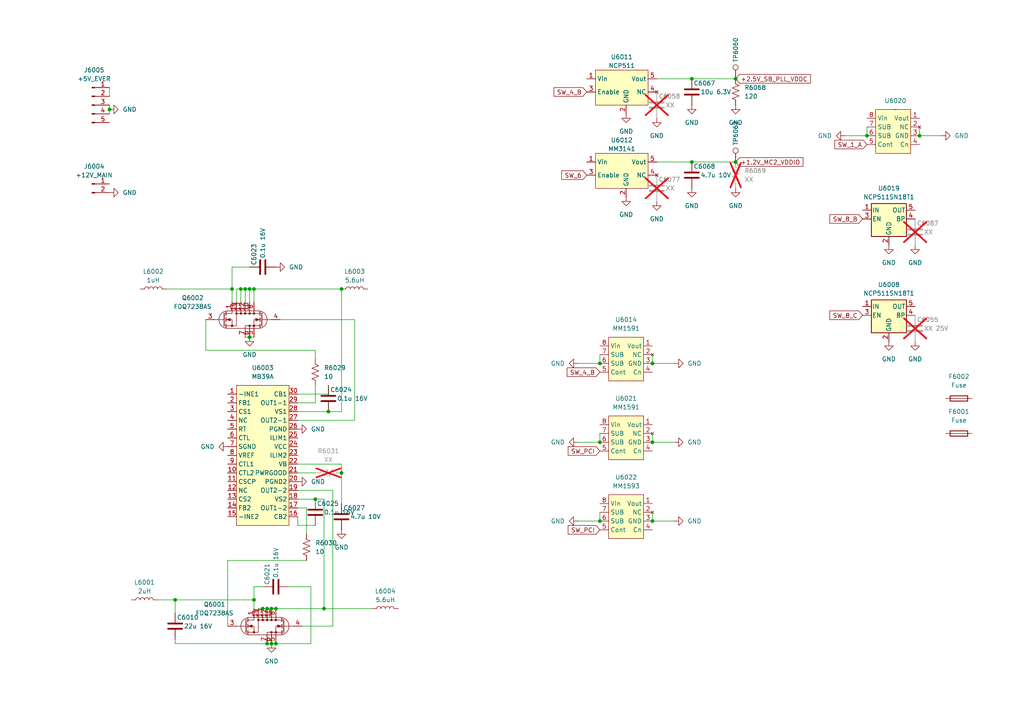
<source format=kicad_sch>
(kicad_sch (version 20231120) (generator "eeschema") (generator_version "8.0")
  (paper "A4")
  (lib_symbols
    (symbol "Connector:Conn_01x02_Pin" (pin_names (offset 1.016) hide)
      (property "Reference" "J" (at 0 2.54 0))
      (property "Value" "Conn_01x02_Pin" (at 0 -5.08 0))
      (symbol "Conn_01x02_Pin_1_1"
        (polyline (pts (xy 1.27 -2.54) (xy 0.8636 -2.54)) (stroke (width 0.1524)))
        (polyline (pts (xy 1.27 0) (xy 0.8636 0)) (stroke (width 0.1524)))
        (rectangle (start 0.8636 -2.413) (end 0 -2.667) (stroke (width 0.1524)) (fill (type outline)))
        (rectangle (start 0.8636 0.127) (end 0 -0.127) (stroke (width 0.1524)) (fill (type outline)))
        (pin passive line (at 5.08 0 180) (length 3.81) (name "Pin_1") (number "1"))
        (pin passive line (at 5.08 -2.54 180) (length 3.81) (name "Pin_2") (number "2"))
      )
    )
    (symbol "Connector:Conn_01x05_Pin" (pin_names (offset 1.016) hide)
      (property "Reference" "J" (at 0 7.62 0))
      (property "Value" "Conn_01x05_Pin" (at 0 -7.62 0))
      (symbol "Conn_01x05_Pin_1_1"
        (polyline (pts (xy 1.27 -5.08) (xy 0.8636 -5.08)) (stroke (width 0.1524)))
        (polyline (pts (xy 1.27 -2.54) (xy 0.8636 -2.54)) (stroke (width 0.1524)))
        (polyline (pts (xy 1.27 0) (xy 0.8636 0)) (stroke (width 0.1524)))
        (polyline (pts (xy 1.27 2.54) (xy 0.8636 2.54)) (stroke (width 0.1524)))
        (polyline (pts (xy 1.27 5.08) (xy 0.8636 5.08)) (stroke (width 0.1524)))
        (rectangle (start 0.8636 -4.953) (end 0 -5.207) (stroke (width 0.1524)) (fill (type outline)))
        (rectangle (start 0.8636 -2.413) (end 0 -2.667) (stroke (width 0.1524)) (fill (type outline)))
        (rectangle (start 0.8636 0.127) (end 0 -0.127) (stroke (width 0.1524)) (fill (type outline)))
        (rectangle (start 0.8636 2.667) (end 0 2.413) (stroke (width 0.1524)) (fill (type outline)))
        (rectangle (start 0.8636 5.207) (end 0 4.953) (stroke (width 0.1524)) (fill (type outline)))
        (pin passive line (at 5.08 5.08 180) (length 3.81) (name "Pin_1") (number "1"))
        (pin passive line (at 5.08 2.54 180) (length 3.81) (name "Pin_2") (number "2"))
        (pin passive line (at 5.08 0 180) (length 3.81) (name "Pin_3") (number "3"))
        (pin passive line (at 5.08 -2.54 180) (length 3.81) (name "Pin_4") (number "4"))
        (pin passive line (at 5.08 -5.08 180) (length 3.81) (name "Pin_5") (number "5"))
      )
    )
    (symbol "Connector:TestPoint" (pin_numbers hide) (pin_names (offset 0.762) hide)
      (property "Reference" "TP" (at 0 6.858 0))
      (property "Value" "TestPoint" (at 0 5.08 0))
      (symbol "TestPoint_0_1"
        (circle (center 0 3.302) (radius 0.762))
      )
      (symbol "TestPoint_1_1"
        (pin passive line (at 0 0 90) (length 2.54) (name "1") (number "1"))
      )
    )
    (symbol "Device:C" (pin_numbers hide) (pin_names (offset 0.254))
      (property "Reference" "C" (at 0.635 2.54 0))
      (property "Value" "C" (at 0.635 -2.54 0))
      (symbol "C_0_1"
        (polyline (pts (xy -2.032 -0.762) (xy 2.032 -0.762)) (stroke (width 0.508)))
        (polyline (pts (xy -2.032 0.762) (xy 2.032 0.762)) (stroke (width 0.508)))
      )
      (symbol "C_1_1"
        (pin passive line (at 0 3.81 270) (length 2.794) (name "~") (number "1"))
        (pin passive line (at 0 -3.81 90) (length 2.794) (name "~") (number "2"))
      )
    )
    (symbol "Device:Fuse" (pin_numbers hide) (pin_names (offset 0))
      (property "Reference" "F" (at 2.032 0 90))
      (property "Value" "Fuse" (at -1.905 0 90))
      (symbol "Fuse_0_1"
        (rectangle (start -0.762 -2.54) (end 0.762 2.54) (stroke (width 0.254)))
        (polyline (pts (xy 0 2.54) (xy 0 -2.54)))
      )
      (symbol "Fuse_1_1"
        (pin passive line (at 0 3.81 270) (length 1.27) (name "~") (number "1"))
        (pin passive line (at 0 -3.81 90) (length 1.27) (name "~") (number "2"))
      )
    )
    (symbol "Device:L" (pin_numbers hide) (pin_names (offset 1.016) hide)
      (property "Reference" "L" (at -1.27 0 90))
      (property "Value" "L" (at 1.905 0 90))
      (symbol "L_0_1"
        (arc (start 0 -2.54) (mid 0.6323 -1.905) (end 0 -1.27))
        (arc (start 0 -1.27) (mid 0.6323 -0.635) (end 0 0))
        (arc (start 0 0) (mid 0.6323 0.635) (end 0 1.27))
        (arc (start 0 1.27) (mid 0.6323 1.905) (end 0 2.54))
      )
      (symbol "L_1_1"
        (pin passive line (at 0 3.81 270) (length 1.27) (name "1") (number "1"))
        (pin passive line (at 0 -3.81 90) (length 1.27) (name "2") (number "2"))
      )
    )
    (symbol "Device:R_US" (pin_numbers hide) (pin_names (offset 0))
      (property "Reference" "R" (at 2.54 0 90))
      (property "Value" "R_US" (at -2.54 0 90))
      (symbol "R_US_0_1"
        (polyline (pts (xy 0 -2.286) (xy 0 -2.54)))
        (polyline (pts (xy 0 2.286) (xy 0 2.54)))
        (polyline (pts (xy 0 -0.762) (xy 1.016 -1.143) (xy 0 -1.524) (xy -1.016 -1.905) (xy 0 -2.286)))
        (polyline (pts (xy 0 0.762) (xy 1.016 0.381) (xy 0 0) (xy -1.016 -0.381) (xy 0 -0.762)))
        (polyline (pts (xy 0 2.286) (xy 1.016 1.905) (xy 0 1.524) (xy -1.016 1.143) (xy 0 0.762)))
      )
      (symbol "R_US_1_1"
        (pin passive line (at 0 3.81 270) (length 1.27) (name "~") (number "1"))
        (pin passive line (at 0 -3.81 90) (length 1.27) (name "~") (number "2"))
      )
    )
    (symbol "PS3:FDQ7238AS" (pin_names hide)
      (property "Reference" "Q" (at 7.874 2.032 0))
      (property "Value" "FDQ7238AS" (at 12.7 0 0))
      (symbol "FDQ7238AS_0_1"
        (arc (start -1.27 -1.27) (mid -3.81 -3.81) (end -1.27 -6.35))
        (circle (center 0 -5.588) (radius 0.254) (fill (type outline)))
        (polyline (pts (xy -2.286 -3.81) (xy -5.08 -3.81)))
        (polyline (pts (xy -2.286 -1.905) (xy -2.286 -5.715)) (stroke (width 0.254)))
        (polyline (pts (xy -1.778 -5.08) (xy -1.778 -6.096)) (stroke (width 0.254)))
        (polyline (pts (xy -1.778 -3.302) (xy -1.778 -4.318)) (stroke (width 0.254)))
        (polyline (pts (xy -1.778 -2.032) (xy 0 -2.032)))
        (polyline (pts (xy -1.778 -1.524) (xy -1.778 -2.54)) (stroke (width 0.254)))
        (polyline (pts (xy -1.27 -1.27) (xy 7.62 -1.27)))
        (polyline (pts (xy 0 -5.588) (xy -1.778 -5.588)))
        (polyline (pts (xy 0 -1.27) (xy 0 -2.032)))
        (polyline (pts (xy 1.27 -2.032) (xy 1.27 -1.27)))
        (polyline (pts (xy 2.54 -2.032) (xy 2.54 -1.27)))
        (polyline (pts (xy 3.81 -5.588) (xy 3.81 -6.35)))
        (polyline (pts (xy 3.81 -5.588) (xy 8.128 -5.588)))
        (polyline (pts (xy 3.81 -2.032) (xy 3.81 -1.27)))
        (polyline (pts (xy 5.08 -5.588) (xy 5.08 -6.35)))
        (polyline (pts (xy 5.08 -2.032) (xy 5.08 -1.27)))
        (polyline (pts (xy 6.35 -5.588) (xy 6.35 -6.35)))
        (polyline (pts (xy 6.35 -2.032) (xy 6.35 -1.27)))
        (polyline (pts (xy 7.62 -6.35) (xy -1.27 -6.35)))
        (polyline (pts (xy 8.128 -5.08) (xy 8.128 -6.096)) (stroke (width 0.254)))
        (polyline (pts (xy 8.128 -3.302) (xy 8.128 -4.318)) (stroke (width 0.254)))
        (polyline (pts (xy 8.128 -2.032) (xy 1.27 -2.032)))
        (polyline (pts (xy 8.128 -1.524) (xy 8.128 -2.54)) (stroke (width 0.254)))
        (polyline (pts (xy 8.636 -1.905) (xy 8.636 -5.715)) (stroke (width 0.254)))
        (polyline (pts (xy 11.43 -3.81) (xy 8.636 -3.81)))
        (polyline (pts (xy 0 -5.842) (xy 0 -3.81) (xy -1.778 -3.81)))
        (polyline (pts (xy 0 -5.588) (xy 1.27 -5.588) (xy 1.27 -2.032)))
        (polyline (pts (xy 6.35 -5.842) (xy 6.35 -3.81) (xy 8.128 -3.81)))
        (polyline (pts (xy -1.524 -3.81) (xy -0.508 -3.429) (xy -0.508 -4.191) (xy -1.524 -3.81)) (fill (type outline)))
        (polyline (pts (xy 7.874 -3.81) (xy 6.858 -3.429) (xy 6.858 -4.191) (xy 7.874 -3.81)) (fill (type outline)))
        (circle (center 1.27 -2.032) (radius 0.254) (fill (type outline)))
        (circle (center 2.54 -2.032) (radius 0.254) (fill (type outline)))
        (circle (center 3.81 -2.032) (radius 0.254) (fill (type outline)))
        (circle (center 5.08 -5.588) (radius 0.254) (fill (type outline)))
        (circle (center 5.08 -2.032) (radius 0.254) (fill (type outline)))
        (circle (center 6.35 -5.588) (radius 0.254) (fill (type outline)))
        (circle (center 6.35 -2.032) (radius 0.254) (fill (type outline)))
        (arc (start 7.62 -6.35) (mid 10.16 -3.81) (end 7.62 -1.27))
      )
      (symbol "FDQ7238AS_1_1"
        (pin passive line (at 0 1.27 270) (length 2.54) (name "S") (number "1"))
        (pin passive line (at 5.08 1.27 270) (length 2.54) (name "") (number "10"))
        (pin passive line (at 5.08 1.27 270) (length 2.54) hide (name "") (number "11"))
        (pin passive line (at 3.81 1.27 270) (length 2.54) (name "") (number "12"))
        (pin passive line (at 2.54 1.27 270) (length 2.54) (name "") (number "13"))
        (pin passive line (at 1.27 1.27 270) (length 2.54) (name "") (number "14"))
        (pin passive line (at 0 1.27 270) (length 2.54) hide (name "S") (number "2"))
        (pin passive line (at -7.62 -3.81 0) (length 2.54) (name "S") (number "3"))
        (pin passive line (at 13.97 -3.81 180) (length 2.54) (name "G") (number "4"))
        (pin passive line (at 6.35 -8.89 90) (length 2.54) (name "D") (number "5"))
        (pin passive line (at 5.08 -8.89 90) (length 2.54) (name "") (number "6"))
        (pin passive line (at 3.81 -8.89 90) (length 2.54) (name "") (number "7"))
        (pin passive line (at 6.35 1.27 270) (length 2.54) (name "") (number "8"))
        (pin passive line (at 6.35 1.27 270) (length 2.54) hide (name "") (number "9"))
      )
    )
    (symbol "PS3:MB39A116"
      (property "Reference" "U" (at 0 0.508 0))
      (property "Value" "MB39A" (at 0 -1.524 0))
      (symbol "MB39A116_0_0"
        (pin unspecified line (at -10.16 -5.08 0) (length 2.54) (name "-INE1") (number "1"))
        (pin unspecified line (at -10.16 -27.94 0) (length 2.54) (name "CTL2") (number "10"))
        (pin unspecified line (at -10.16 -30.48 0) (length 2.54) (name "CSCP") (number "11"))
        (pin unspecified line (at -10.16 -33.02 0) (length 2.54) (name "NC") (number "12"))
        (pin unspecified line (at -10.16 -35.56 0) (length 2.54) (name "CS2") (number "13"))
        (pin unspecified line (at -10.16 -38.1 0) (length 2.54) (name "FB2") (number "14"))
        (pin unspecified line (at -10.16 -40.64 0) (length 2.54) (name "-INE2") (number "15"))
        (pin unspecified line (at 10.16 -40.64 180) (length 2.54) (name "CB2") (number "16"))
        (pin unspecified line (at 10.16 -38.1 180) (length 2.54) (name "OUT1-2") (number "17"))
        (pin unspecified line (at 10.16 -35.56 180) (length 2.54) (name "VS2") (number "18"))
        (pin unspecified line (at 10.16 -33.02 180) (length 2.54) (name "OUT2-2") (number "19"))
        (pin unspecified line (at -10.16 -7.62 0) (length 2.54) (name "FB1") (number "2"))
        (pin unspecified line (at 10.16 -30.48 180) (length 2.54) (name "PGND2") (number "20"))
        (pin unspecified line (at 10.16 -27.94 180) (length 2.54) (name "PWRGOOD") (number "21"))
        (pin unspecified line (at 10.16 -25.4 180) (length 2.54) (name "VB") (number "22"))
        (pin unspecified line (at 10.16 -22.86 180) (length 2.54) (name "ILIM2") (number "23"))
        (pin unspecified line (at 10.16 -20.32 180) (length 2.54) (name "VCC") (number "24"))
        (pin unspecified line (at 10.16 -17.78 180) (length 2.54) (name "ILIM1") (number "25"))
        (pin unspecified line (at 10.16 -15.24 180) (length 2.54) (name "PGND") (number "26"))
        (pin unspecified line (at 10.16 -12.7 180) (length 2.54) (name "OUT2-1") (number "27"))
        (pin unspecified line (at 10.16 -10.16 180) (length 2.54) (name "VS1") (number "28"))
        (pin unspecified line (at 10.16 -7.62 180) (length 2.54) (name "OUT1-1") (number "29"))
        (pin unspecified line (at -10.16 -10.16 0) (length 2.54) (name "CS1") (number "3"))
        (pin unspecified line (at 10.16 -5.08 180) (length 2.54) (name "CB1") (number "30"))
        (pin unspecified line (at -10.16 -12.7 0) (length 2.54) (name "NC") (number "4"))
        (pin unspecified line (at -10.16 -15.24 0) (length 2.54) (name "RT") (number "5"))
        (pin unspecified line (at -10.16 -17.78 0) (length 2.54) (name "CTL") (number "6"))
        (pin unspecified line (at -10.16 -20.32 0) (length 2.54) (name "SGND") (number "7"))
        (pin unspecified line (at -10.16 -22.86 0) (length 2.54) (name "VREF") (number "8"))
        (pin unspecified line (at -10.16 -25.4 0) (length 2.54) (name "CTL1") (number "9"))
      )
      (symbol "MB39A116_1_1"
        (rectangle (start -7.62 -2.54) (end 7.62 -43.18) (fill (type background)))
      )
    )
    (symbol "PS3:MM159X"
      (property "Reference" "U" (at 0 0 0))
      (symbol "MM159X_0_0"
        (pin power_out line (at -7.62 -3.81 0) (length 2.54) (name "Vout") (number "1"))
        (pin no_connect line (at -7.62 -6.35 0) (length 2.54) (name "NC") (number "2"))
        (pin power_in line (at -7.62 -8.89 0) (length 2.54) (name "GND") (number "3"))
        (pin unspecified line (at -7.62 -11.43 0) (length 2.54) (name "Cn") (number "4"))
        (pin input line (at 7.62 -11.43 180) (length 2.54) (name "Cont") (number "5"))
        (pin power_in line (at 7.62 -3.81 180) (length 2.54) (name "Vin") (number "8"))
      )
      (symbol "MM159X_1_0"
        (pin unspecified line (at 7.62 -8.89 180) (length 2.54) (name "SUB") (number "6"))
        (pin unspecified line (at 7.62 -6.35 180) (length 2.54) (name "SUB") (number "7"))
      )
      (symbol "MM159X_1_1"
        (rectangle (start -5.08 -1.27) (end 5.08 -13.97) (fill (type background)))
      )
    )
    (symbol "PS3:NCP511"
      (property "Reference" "U" (at 0 2.54 0))
      (property "Value" "~" (at 0 0 0))
      (symbol "NCP511_1_0"
        (pin power_in line (at -10.16 -3.81 0) (length 2.54) (name "Vin") (number "1"))
        (pin power_in line (at 1.27 -13.97 90) (length 2.54) (name "GND") (number "2"))
        (pin input line (at -10.16 -7.62 0) (length 2.54) (name "Enable") (number "3"))
        (pin no_connect line (at 10.16 -7.62 180) (length 2.54) (name "NC") (number "4"))
        (pin power_out line (at 10.16 -3.81 180) (length 2.54) (name "Vout") (number "5"))
      )
      (symbol "NCP511_1_1"
        (rectangle (start -7.62 -1.27) (end 7.62 -11.43) (fill (type background)))
      )
    )
    (symbol "Regulator_Linear:MIC5219-3.3YM5" (pin_names (offset 0.254))
      (property "Reference" "U" (at -3.81 5.715 0))
      (property "Value" "MIC5219-3.3YM5" (at 0 5.715 0))
      (symbol "MIC5219-3.3YM5_0_1"
        (rectangle (start -5.08 4.445) (end 5.08 -5.08) (stroke (width 0.254)) (fill (type background)))
      )
      (symbol "MIC5219-3.3YM5_1_1"
        (pin power_in line (at -7.62 2.54 0) (length 2.54) (name "IN") (number "1"))
        (pin power_in line (at 0 -7.62 90) (length 2.54) (name "GND") (number "2"))
        (pin input line (at -7.62 0 0) (length 2.54) (name "EN") (number "3"))
        (pin input line (at 7.62 0 180) (length 2.54) (name "BP") (number "4"))
        (pin power_out line (at 7.62 2.54 180) (length 2.54) (name "OUT") (number "5"))
      )
    )
    (symbol "power:GND" (power) (pin_numbers hide) (pin_names (offset 0) hide)
      (property "Value" "GND" (at 0 -3.81 0))
      (symbol "GND_0_1"
        (polyline (pts (xy 0 0) (xy 0 -1.27) (xy 1.27 -1.27) (xy 0 -2.54) (xy -1.27 -1.27) (xy 0 -1.27)))
      )
      (symbol "GND_1_1"
        (pin power_in line (at 0 0 270) (length 0) (name "~") (number "1"))
      )
    )
  )
  (junction (at 213.36 46.99))
  (junction (at 213.36 22.86))
  (junction (at 189.23 105.41))
  (junction (at 76.2 176.53))
  (junction (at 200.66 22.86))
  (junction (at 73.66 173.99))
  (junction (at 95.25 119.38))
  (junction (at 80.01 186.69))
  (junction (at 69.85 83.82))
  (junction (at 93.98 176.53))
  (junction (at 189.23 151.13))
  (junction (at 78.74 176.53))
  (junction (at 73.66 83.82))
  (junction (at 31.75 31.75))
  (junction (at 77.47 186.69))
  (junction (at 200.66 46.99))
  (junction (at 72.39 83.82))
  (junction (at 173.99 128.27))
  (junction (at 50.8 173.99))
  (junction (at 80.01 176.53))
  (junction (at 91.44 144.78))
  (junction (at 77.47 176.53))
  (junction (at 67.31 83.82))
  (junction (at 173.99 105.41))
  (junction (at 99.06 137.16))
  (junction (at 99.06 83.82))
  (junction (at 173.99 151.13))
  (junction (at 266.7 39.37))
  (junction (at 251.46 39.37))
  (junction (at 72.39 97.79))
  (junction (at 71.12 83.82))
  (junction (at 189.23 128.27))
  (junction (at 78.74 186.69))
  (wire (pts (xy 67.31 77.47) (xy 72.39 77.47)))
  (wire (pts (xy 86.36 144.78) (xy 91.44 144.78)))
  (wire (pts (xy 77.47 176.53) (xy 78.74 176.53)))
  (wire (pts (xy 91.44 104.14) (xy 91.44 101.6)))
  (wire (pts (xy 95.25 119.38) (xy 99.06 119.38)))
  (wire (pts (xy 245.11 39.37) (xy 251.46 39.37)))
  (wire (pts (xy 173.99 128.27) (xy 173.99 125.73)))
  (wire (pts (xy 69.85 83.82) (xy 71.12 83.82)))
  (wire (pts (xy 190.5 46.99) (xy 200.66 46.99)))
  (wire (pts (xy 71.12 97.79) (xy 72.39 97.79)))
  (wire (pts (xy 66.04 162.56) (xy 66.04 181.61)))
  (wire (pts (xy 96.52 142.24) (xy 96.52 181.61)))
  (wire (pts (xy 167.64 128.27) (xy 173.99 128.27)))
  (wire (pts (xy 81.28 92.71) (xy 102.87 92.71)))
  (wire (pts (xy 91.44 101.6) (xy 59.69 101.6)))
  (wire (pts (xy 102.87 92.71) (xy 102.87 121.92)))
  (wire (pts (xy 93.98 144.78) (xy 91.44 144.78)))
  (wire (pts (xy 50.8 185.42) (xy 50.8 186.69)))
  (wire (pts (xy 90.17 170.18) (xy 90.17 186.69)))
  (wire (pts (xy 93.98 176.53) (xy 107.95 176.53)))
  (wire (pts (xy 86.36 152.4) (xy 86.36 149.86)))
  (wire (pts (xy 73.66 83.82) (xy 99.06 83.82)))
  (wire (pts (xy 77.47 186.69) (xy 78.74 186.69)))
  (wire (pts (xy 76.2 170.18) (xy 73.66 170.18)))
  (wire (pts (xy 189.23 128.27) (xy 189.23 125.73)))
  (wire (pts (xy 71.12 83.82) (xy 72.39 83.82)))
  (wire (pts (xy 73.66 83.82) (xy 73.66 87.63)))
  (wire (pts (xy 69.85 83.82) (xy 69.85 87.63)))
  (wire (pts (xy 68.58 83.82) (xy 69.85 83.82)))
  (wire (pts (xy 59.69 101.6) (xy 59.69 92.71)))
  (wire (pts (xy 195.58 105.41) (xy 189.23 105.41)))
  (wire (pts (xy 200.66 22.86) (xy 213.36 22.86)))
  (wire (pts (xy 83.82 170.18) (xy 90.17 170.18)))
  (wire (pts (xy 68.58 83.82) (xy 68.58 87.63)))
  (wire (pts (xy 72.39 83.82) (xy 73.66 83.82)))
  (wire (pts (xy 173.99 105.41) (xy 173.99 102.87)))
  (wire (pts (xy 86.36 137.16) (xy 91.44 137.16)))
  (wire (pts (xy 195.58 128.27) (xy 189.23 128.27)))
  (wire (pts (xy 173.99 151.13) (xy 173.99 148.59)))
  (wire (pts (xy 266.7 39.37) (xy 266.7 36.83)))
  (wire (pts (xy 50.8 186.69) (xy 77.47 186.69)))
  (wire (pts (xy 71.12 83.82) (xy 71.12 87.63)))
  (wire (pts (xy 86.36 134.62) (xy 99.06 134.62)))
  (wire (pts (xy 88.9 147.32) (xy 86.36 147.32)))
  (wire (pts (xy 88.9 154.94) (xy 88.9 147.32)))
  (wire (pts (xy 50.8 173.99) (xy 73.66 173.99)))
  (wire (pts (xy 74.93 176.53) (xy 76.2 176.53)))
  (wire (pts (xy 72.39 83.82) (xy 72.39 87.63)))
  (wire (pts (xy 76.2 176.53) (xy 77.47 176.53)))
  (wire (pts (xy 31.75 30.48) (xy 31.75 31.75)))
  (wire (pts (xy 99.06 119.38) (xy 99.06 83.82)))
  (wire (pts (xy 31.75 25.4) (xy 31.75 27.94)))
  (wire (pts (xy 88.9 162.56) (xy 66.04 162.56)))
  (wire (pts (xy 189.23 151.13) (xy 189.23 148.59)))
  (wire (pts (xy 190.5 22.86) (xy 200.66 22.86)))
  (wire (pts (xy 87.63 181.61) (xy 96.52 181.61)))
  (wire (pts (xy 167.64 105.41) (xy 173.99 105.41)))
  (wire (pts (xy 86.36 142.24) (xy 96.52 142.24)))
  (wire (pts (xy 93.98 176.53) (xy 93.98 144.78)))
  (wire (pts (xy 91.44 116.84) (xy 86.36 116.84)))
  (wire (pts (xy 99.06 134.62) (xy 99.06 137.16)))
  (wire (pts (xy 67.31 83.82) (xy 67.31 87.63)))
  (wire (pts (xy 31.75 31.75) (xy 31.75 33.02)))
  (wire (pts (xy 45.72 173.99) (xy 50.8 173.99)))
  (wire (pts (xy 78.74 186.69) (xy 80.01 186.69)))
  (wire (pts (xy 189.23 105.41) (xy 189.23 102.87)))
  (wire (pts (xy 86.36 119.38) (xy 95.25 119.38)))
  (wire (pts (xy 78.74 176.53) (xy 80.01 176.53)))
  (wire (pts (xy 200.66 46.99) (xy 213.36 46.99)))
  (wire (pts (xy 73.66 173.99) (xy 73.66 176.53)))
  (wire (pts (xy 167.64 151.13) (xy 173.99 151.13)))
  (wire (pts (xy 48.26 83.82) (xy 67.31 83.82)))
  (wire (pts (xy 273.05 39.37) (xy 266.7 39.37)))
  (wire (pts (xy 72.39 97.79) (xy 73.66 97.79)))
  (wire (pts (xy 91.44 152.4) (xy 86.36 152.4)))
  (wire (pts (xy 67.31 77.47) (xy 67.31 83.82)))
  (wire (pts (xy 73.66 170.18) (xy 73.66 173.99)))
  (wire (pts (xy 80.01 176.53) (xy 93.98 176.53)))
  (wire (pts (xy 251.46 39.37) (xy 251.46 36.83)))
  (wire (pts (xy 102.87 121.92) (xy 86.36 121.92)))
  (wire (pts (xy 95.25 114.3) (xy 95.25 111.76)))
  (wire (pts (xy 86.36 114.3) (xy 95.25 114.3)))
  (wire (pts (xy 99.06 137.16) (xy 99.06 146.05)))
  (wire (pts (xy 50.8 177.8) (xy 50.8 173.99)))
  (wire (pts (xy 195.58 151.13) (xy 189.23 151.13)))
  (wire (pts (xy 91.44 111.76) (xy 91.44 116.84)))
  (wire (pts (xy 90.17 186.69) (xy 80.01 186.69)))
  (global_label "SW_8_C" (shape input) (at 250.19 91.44 180) (property "Intersheetrefs" "${INTERSHEET_REFS}" (effects (hide yes))))
  (global_label "SW_6" (shape input) (at 170.18 50.8 180) (property "Intersheetrefs" "${INTERSHEET_REFS}" (effects (hide yes))))
  (global_label "SW_4_B" (shape input) (at 170.18 26.67 180) (property "Intersheetrefs" "${INTERSHEET_REFS}" (effects (hide yes))))
  (global_label "SW_PCI" (shape input) (at 173.99 130.81 180) (property "Intersheetrefs" "${INTERSHEET_REFS}" (effects (hide yes))))
  (global_label "+2.5V_SB_PLL_VDDC" (shape input) (at 213.36 22.86 0) (property "Intersheetrefs" "${INTERSHEET_REFS}" (effects (hide yes))))
  (global_label "+1.2V_MC2_VDDIO" (shape input) (at 213.36 46.99 0) (property "Intersheetrefs" "${INTERSHEET_REFS}" (effects (hide yes))))
  (global_label "SW_8_B" (shape input) (at 250.19 63.5 180) (property "Intersheetrefs" "${INTERSHEET_REFS}" (effects (hide yes))))
  (global_label "SW_PCI" (shape input) (at 173.99 153.67 180) (property "Intersheetrefs" "${INTERSHEET_REFS}" (effects (hide yes))))
  (global_label "SW_4_B" (shape input) (at 173.99 107.95 180) (property "Intersheetrefs" "${INTERSHEET_REFS}" (effects (hide yes))))
  (global_label "SW_1_A" (shape input) (at 251.46 41.91 180) (property "Intersheetrefs" "${INTERSHEET_REFS}" (effects (hide yes))))
  (symbol (lib_id "Device:C") (at 200.66 50.8 0) (unit 1)
    (property "Reference" "C6068" (at 201.168 48.26 0) (effects (justify left)))
    (property "Value" "4.7u 10V" (at 203.2 50.8 0) (effects (justify left)))
    (property "Footprint" "Capacitor_SMD:C_0805_2012Metric" (effects (hide yes)))
    (property "Description" "Unpolarized capacitor" (effects (hide yes)))
  )
  (symbol (lib_id "power:GND") (at 78.74 186.69 0) (unit 1)
    (property "Reference" "#PWR066" (effects (hide yes)))
    (property "Value" "GND" (at 78.74 191.77 0))
    (property "Description" "Power symbol creates a global label with name \"GND\" , ground" (effects (hide yes)))
  )
  (symbol (lib_id "power:GND") (at 80.01 77.47 90) (unit 1)
    (property "Reference" "#PWR0739" (effects (hide yes)))
    (property "Value" "GND" (at 83.82 77.4699 90) (effects (justify right)))
    (property "Description" "Power symbol creates a global label with name \"GND\" , ground" (effects (hide yes)))
  )
  (symbol (lib_id "PS3:MM159X") (at 181.61 96.52 0) (mirror y) (unit 1)
    (property "Reference" "U6014" (at 181.61 92.71 0))
    (property "Value" "MM1591" (at 181.61 95.25 0))
    (property "Footprint" "Package_SO:SOP-8_3.9x4.9mm_P1.27mm" (effects (hide yes)))
    (property "Datasheet" "https://product.minebeamitsumi.com/en/product/category/ics/regulate/ldo/parts/download/__icsFiles/afieldfile/2023/02/15/56_download_01_2.pdf" (effects (hide yes)))
  )
  (symbol (lib_id "Device:R_US") (at 213.36 26.67 180) (unit 1)
    (property "Reference" "R6068" (at 215.9 25.3999 0) (effects (justify right)))
    (property "Value" "120" (at 215.9 27.9399 0) (effects (justify right)))
    (property "Footprint" "Resistor_SMD:R_0402_1005Metric" (effects (hide yes)))
    (property "Description" "Resistor, US symbol" (effects (hide yes)))
  )
  (symbol (lib_id "PS3:NCP511") (at 180.34 43.18 0) (unit 1)
    (property "Reference" "U6012" (at 180.34 40.64 0))
    (property "Value" "MM3141" (at 180.34 43.18 0))
    (property "Footprint" "Package_SO:TSOP-5_1.65x3.05mm_P0.95mm" (effects (hide yes)))
  )
  (symbol (lib_id "Device:L") (at 41.91 173.99 90) (unit 1)
    (property "Reference" "L6001" (at 41.91 168.91 90))
    (property "Value" "2uH" (at 41.91 171.45 90))
    (property "Footprint" "Inductor_SMD:L_TDK_SLF6028" (effects (hide yes)))
    (property "Description" "Inductor" (effects (hide yes)))
  )
  (symbol (lib_id "PS3:MB39A116") (at 76.2 109.22 0) (unit 1)
    (property "Reference" "U6003" (at 76.2 106.68 0))
    (property "Value" "MB39A" (at 76.2 109.22 0))
    (property "Footprint" "Package_SO:TSSOP-30_4.4x7.8mm_P0.5mm" (effects (hide yes)))
    (property "Datasheet" "https://web.archive.org/web/20110410073736/http://www.fujitsu.com/downloads/MICRO/fma/pdf/a040000616e.pdf" (effects (hide yes)))
  )
  (symbol (lib_id "power:GND") (at 265.43 71.12 0) (mirror y) (unit 1)
    (property "Reference" "#PWR0735" (effects (hide yes)))
    (property "Value" "GND" (at 265.43 76.2 0))
    (property "Description" "Power symbol creates a global label with name \"GND\" , ground" (effects (hide yes)))
  )
  (symbol (lib_id "power:GND") (at 213.36 54.61 0) (mirror y) (unit 1)
    (property "Reference" "#PWR0734" (effects (hide yes)))
    (property "Value" "GND" (at 213.36 59.69 0))
    (property "Description" "Power symbol creates a global label with name \"GND\" , ground" (effects (hide yes)))
  )
  (symbol (lib_id "Device:R_US") (at 91.44 107.95 180) (unit 1)
    (property "Reference" "R6029" (at 93.98 106.6799 0) (effects (justify right)))
    (property "Value" "10" (at 93.98 109.2199 0) (effects (justify right)))
    (property "Footprint" "Resistor_SMD:R_0603_1608Metric" (effects (hide yes)))
    (property "Description" "Resistor, US symbol" (effects (hide yes)))
  )
  (symbol (lib_id "power:GND") (at 167.64 151.13 270) (mirror x) (unit 1)
    (property "Reference" "#PWR0720" (effects (hide yes)))
    (property "Value" "GND" (at 163.83 151.1299 90) (effects (justify right)))
    (property "Description" "Power symbol creates a global label with name \"GND\" , ground" (effects (hide yes)))
  )
  (symbol (lib_id "PS3:MM159X") (at 181.61 119.38 0) (mirror y) (unit 1)
    (property "Reference" "U6021" (at 181.61 115.57 0))
    (property "Value" "MM1591" (at 181.61 118.11 0))
    (property "Footprint" "Package_SO:SOP-8_3.9x4.9mm_P1.27mm" (effects (hide yes)))
    (property "Datasheet" "https://product.minebeamitsumi.com/en/product/category/ics/regulate/ldo/parts/download/__icsFiles/afieldfile/2023/02/15/56_download_01_2.pdf" (effects (hide yes)))
  )
  (symbol (lib_id "Connector:TestPoint") (at 213.36 22.86 0) (unit 1)
    (property "Reference" "TP6060" (at 213.36 14.478 90))
    (property "Value" "TestPoint" (effects (hide yes)))
    (property "Footprint" "TestPoint:TestPoint_Pad_1.0x1.0mm" (effects (hide yes)))
    (property "Description" "test point" (effects (hide yes)))
  )
  (symbol (lib_id "power:GND") (at 195.58 128.27 90) (unit 1)
    (property "Reference" "#PWR0718" (effects (hide yes)))
    (property "Value" "GND" (at 199.39 128.2699 90) (effects (justify right)))
    (property "Description" "Power symbol creates a global label with name \"GND\" , ground" (effects (hide yes)))
  )
  (symbol (lib_id "PS3:FDQ7238AS") (at 73.66 177.8 0) (unit 1)
    (property "Reference" "Q6001" (at 62.23 175.2914 0))
    (property "Value" "FDQ7238AS" (at 62.23 177.8314 0))
    (property "Footprint" "Package_SO:SO-14_3.9x8.65mm_P1.27mm" (effects (hide yes)))
    (property "Datasheet" "https://www.mouser.com/datasheet/2/149/fairchild%20semiconductor_fdq7238as-320258.pdf" (effects (hide yes)))
    (property "Description" "Dual Notebook Power Supply N-Channel PowerTrench® in SO-14 Package" (effects (hide yes)))
  )
  (symbol (lib_id "Connector:Conn_01x02_Pin") (at 26.67 53.34 0) (unit 1)
    (property "Reference" "J6004" (at 27.305 48.26 0))
    (property "Value" "+12V_MAIN" (at 27.305 50.8 0))
    (property "Footprint" "Connector:Banana_Jack_2Pin" (effects (hide yes)))
    (property "Description" "Generic connector, single row, 01x02, script generated" (effects (hide yes)))
  )
  (symbol (lib_id "PS3:MM159X") (at 259.08 30.48 0) (mirror y) (unit 1)
    (property "Reference" "U6020" (at 259.715 29.21 0))
    (property "Value" "~" (at 259.715 31.75 0))
    (property "Footprint" "Package_SO:SOP-8_3.9x4.9mm_P1.27mm" (effects (hide yes)))
    (property "Datasheet" "https://product.minebeamitsumi.com/en/product/category/ics/regulate/ldo/parts/download/__icsFiles/afieldfile/2023/02/15/56_download_01_2.pdf" (effects (hide yes)))
  )
  (symbol (lib_id "Device:C") (at 265.43 95.25 0) (unit 1) (in_bom no) (dnp yes)
    (property "Reference" "C6055" (at 265.938 92.71 0) (effects (justify left)))
    (property "Value" "XX 25V" (at 267.97 95.25 0) (effects (justify left)))
    (property "Footprint" "Capacitor_SMD:C_0402_1005Metric" (effects (hide yes)))
    (property "Description" "Unpolarized capacitor" (effects (hide yes)))
  )
  (symbol (lib_id "power:GND") (at 200.66 30.48 0) (mirror y) (unit 1)
    (property "Reference" "#PWR0731" (effects (hide yes)))
    (property "Value" "GND" (at 200.66 35.56 0))
    (property "Description" "Power symbol creates a global label with name \"GND\" , ground" (effects (hide yes)))
  )
  (symbol (lib_id "power:GND") (at 66.04 129.54 270) (unit 1)
    (property "Reference" "#PWR0716" (effects (hide yes)))
    (property "Value" "GND" (at 62.23 129.5399 90) (effects (justify right)))
    (property "Description" "Power symbol creates a global label with name \"GND\" , ground" (effects (hide yes)))
  )
  (symbol (lib_id "Device:R_US") (at 213.36 50.8 180) (unit 1) (in_bom no) (dnp yes)
    (property "Reference" "R6069" (at 215.9 49.5299 0) (effects (justify right)))
    (property "Value" "XX" (at 215.9 52.0699 0) (effects (justify right)))
    (property "Footprint" "Resistor_SMD:R_0402_1005Metric" (effects (hide yes)))
    (property "Description" "Resistor, US symbol" (effects (hide yes)))
  )
  (symbol (lib_id "Device:C") (at 200.66 26.67 0) (unit 1)
    (property "Reference" "C6067" (at 201.168 24.13 0) (effects (justify left)))
    (property "Value" "10u 6.3V" (at 203.2 26.67 0) (effects (justify left)))
    (property "Footprint" "Capacitor_SMD:C_0805_2012Metric" (effects (hide yes)))
    (property "Description" "Unpolarized capacitor" (effects (hide yes)))
  )
  (symbol (lib_id "power:GND") (at 200.66 54.61 0) (mirror y) (unit 1)
    (property "Reference" "#PWR0733" (effects (hide yes)))
    (property "Value" "GND" (at 200.66 59.69 0))
    (property "Description" "Power symbol creates a global label with name \"GND\" , ground" (effects (hide yes)))
  )
  (symbol (lib_id "power:GND") (at 265.43 99.06 0) (mirror y) (unit 1)
    (property "Reference" "#PWR0736" (effects (hide yes)))
    (property "Value" "GND" (at 265.43 104.14 0))
    (property "Description" "Power symbol creates a global label with name \"GND\" , ground" (effects (hide yes)))
  )
  (symbol (lib_id "Connector:TestPoint") (at 213.36 46.99 0) (unit 1)
    (property "Reference" "TP6063" (at 213.36 38.608 90))
    (property "Value" "TestPoint" (effects (hide yes)))
    (property "Footprint" "TestPoint:TestPoint_Pad_1.0x1.0mm" (effects (hide yes)))
    (property "Description" "test point" (effects (hide yes)))
  )
  (symbol (lib_id "power:GND") (at 99.06 153.67 0) (unit 1)
    (property "Reference" "#PWR052" (effects (hide yes)))
    (property "Value" "GND" (at 99.06 158.75 0))
    (property "Description" "Power symbol creates a global label with name \"GND\" , ground" (effects (hide yes)))
  )
  (symbol (lib_id "Device:C") (at 265.43 67.31 0) (unit 1) (in_bom no) (dnp yes)
    (property "Reference" "C6087" (at 265.938 64.77 0) (effects (justify left)))
    (property "Value" "XX" (at 267.97 67.31 0) (effects (justify left)))
    (property "Footprint" "Capacitor_SMD:C_0402_1005Metric" (effects (hide yes)))
    (property "Description" "Unpolarized capacitor" (effects (hide yes)))
  )
  (symbol (lib_id "power:GND") (at 167.64 105.41 270) (mirror x) (unit 1)
    (property "Reference" "#PWR0722" (effects (hide yes)))
    (property "Value" "GND" (at 163.83 105.4099 90) (effects (justify right)))
    (property "Description" "Power symbol creates a global label with name \"GND\" , ground" (effects (hide yes)))
  )
  (symbol (lib_id "power:GND") (at 195.58 105.41 90) (unit 1)
    (property "Reference" "#PWR0719" (effects (hide yes)))
    (property "Value" "GND" (at 199.39 105.4099 90) (effects (justify right)))
    (property "Description" "Power symbol creates a global label with name \"GND\" , ground" (effects (hide yes)))
  )
  (symbol (lib_id "PS3:MM159X") (at 181.61 142.24 0) (mirror y) (unit 1)
    (property "Reference" "U6022" (at 181.61 138.43 0))
    (property "Value" "MM1593" (at 181.61 140.97 0))
    (property "Footprint" "Package_SO:SOP-8_3.9x4.9mm_P1.27mm" (effects (hide yes)))
    (property "Datasheet" "https://product.minebeamitsumi.com/en/product/category/ics/regulate/ldo/parts/download/__icsFiles/afieldfile/2023/02/15/56_download_01_2.pdf" (effects (hide yes)))
  )
  (symbol (lib_id "power:GND") (at 257.81 71.12 0) (unit 1)
    (property "Reference" "#PWR0725" (effects (hide yes)))
    (property "Value" "GND" (at 257.81 76.2 0))
    (property "Description" "Power symbol creates a global label with name \"GND\" , ground" (effects (hide yes)))
  )
  (symbol (lib_id "Device:C") (at 95.25 115.57 0) (unit 1)
    (property "Reference" "C6024" (at 95.758 113.03 0) (effects (justify left)))
    (property "Value" "0.1u 16V" (at 97.79 115.57 0) (effects (justify left)))
    (property "Footprint" "Capacitor_SMD:C_0402_1005Metric" (effects (hide yes)))
    (property "Description" "Unpolarized capacitor" (effects (hide yes)))
  )
  (symbol (lib_id "Device:C") (at 50.8 181.61 0) (unit 1)
    (property "Reference" "C6010" (at 51.308 179.07 0) (effects (justify left)))
    (property "Value" "22u 16V" (at 53.34 181.61 0) (effects (justify left)))
    (property "Footprint" "Capacitor_SMD:C_1210_3225Metric" (effects (hide yes)))
    (property "Description" "Unpolarized capacitor" (effects (hide yes)))
  )
  (symbol (lib_id "Device:L") (at 111.76 176.53 90) (unit 1)
    (property "Reference" "L6004" (at 111.76 171.45 90))
    (property "Value" "5.6uH" (at 111.76 173.99 90))
    (property "Footprint" "Inductor_SMD:L_TDK_SLF10145" (effects (hide yes)))
    (property "Description" "Inductor" (effects (hide yes)))
  )
  (symbol (lib_id "Device:C") (at 190.5 54.61 0) (unit 1) (in_bom no) (dnp yes)
    (property "Reference" "C6077" (at 191.008 52.07 0) (effects (justify left)))
    (property "Value" "XX" (at 193.04 54.61 0) (effects (justify left)))
    (property "Footprint" "Capacitor_SMD:C_0402_1005Metric" (effects (hide yes)))
    (property "Description" "Unpolarized capacitor" (effects (hide yes)))
  )
  (symbol (lib_id "Device:C") (at 91.44 148.59 0) (unit 1)
    (property "Reference" "C6025" (at 91.948 146.05 0) (effects (justify left)))
    (property "Value" "0.1u 16V" (at 93.98 148.59 0) (effects (justify left)))
    (property "Footprint" "Capacitor_SMD:C_0603_1608Metric" (effects (hide yes)))
    (property "Description" "Unpolarized capacitor" (effects (hide yes)))
  )
  (symbol (lib_id "Regulator_Linear:MIC5219-3.3YM5") (at 257.81 63.5 0) (unit 1)
    (property "Reference" "U6019" (at 257.81 54.61 0))
    (property "Value" "NCP511SN18T1" (at 257.81 57.15 0))
    (property "Footprint" "Package_TO_SOT_SMD:SOT-23-5" (effects (hide yes)))
    (property "Datasheet" "http://ww1.microchip.com/downloads/en/DeviceDoc/MIC5219-500mA-Peak-Output-LDO-Regulator-DS20006021A.pdf" (effects (hide yes)))
    (property "Description" "500mA low dropout linear regulator, fixed 3.3V output, SOT-23-5" (effects (hide yes)))
  )
  (symbol (lib_id "power:GND") (at 213.36 30.48 0) (mirror y) (unit 1)
    (property "Reference" "#PWR0732" (effects (hide yes)))
    (property "Value" "GND" (at 213.36 35.56 0))
    (property "Description" "Power symbol creates a global label with name \"GND\" , ground" (effects (hide yes)))
  )
  (symbol (lib_id "power:GND") (at 257.81 99.06 0) (unit 1)
    (property "Reference" "#PWR0726" (effects (hide yes)))
    (property "Value" "GND" (at 257.81 104.14 0))
    (property "Description" "Power symbol creates a global label with name \"GND\" , ground" (effects (hide yes)))
  )
  (symbol (lib_id "Device:C") (at 99.06 149.86 0) (unit 1)
    (property "Reference" "C6027" (at 99.568 147.32 0) (effects (justify left)))
    (property "Value" "4.7u 10V" (at 101.6 149.86 0) (effects (justify left)))
    (property "Footprint" "Capacitor_SMD:C_0805_2012Metric" (effects (hide yes)))
    (property "Description" "Unpolarized capacitor" (effects (hide yes)))
  )
  (symbol (lib_id "Device:Fuse") (at 278.13 125.73 90) (unit 1)
    (property "Reference" "F6001" (at 278.13 119.38 90))
    (property "Value" "Fuse" (at 278.13 121.92 90))
    (property "Footprint" "Fuse:Fuse_1206_3216Metric" (effects (hide yes)))
    (property "Description" "Fuse" (effects (hide yes)))
  )
  (symbol (lib_id "power:GND") (at 86.36 139.7 90) (unit 1)
    (property "Reference" "#PWR053" (effects (hide yes)))
    (property "Value" "GND" (at 90.17 139.6999 90) (effects (justify right)))
    (property "Description" "Power symbol creates a global label with name \"GND\" , ground" (effects (hide yes)))
  )
  (symbol (lib_id "Device:R_US") (at 95.25 137.16 270) (unit 1) (in_bom no) (dnp yes)
    (property "Reference" "R6031" (at 95.25 130.81 90))
    (property "Value" "XX" (at 95.25 133.35 90))
    (property "Footprint" "Resistor_SMD:R_0402_1005Metric" (effects (hide yes)))
    (property "Description" "Resistor, US symbol" (effects (hide yes)))
  )
  (symbol (lib_id "Device:C") (at 76.2 77.47 90) (unit 1)
    (property "Reference" "C6023" (at 73.66 76.962 0) (effects (justify left)))
    (property "Value" "0.1u 16V" (at 76.2 74.93 0) (effects (justify left)))
    (property "Footprint" "Capacitor_SMD:C_0603_1608Metric" (effects (hide yes)))
    (property "Description" "Unpolarized capacitor" (effects (hide yes)))
  )
  (symbol (lib_id "power:GND") (at 31.75 31.75 90) (unit 1)
    (property "Reference" "#PWR0714" (effects (hide yes)))
    (property "Value" "GND" (at 35.56 31.7499 90) (effects (justify right)))
    (property "Description" "Power symbol creates a global label with name \"GND\" , ground" (effects (hide yes)))
  )
  (symbol (lib_id "power:GND") (at 181.61 57.15 0) (unit 1)
    (property "Reference" "#PWR0723" (effects (hide yes)))
    (property "Value" "GND" (at 181.61 62.23 0))
    (property "Description" "Power symbol creates a global label with name \"GND\" , ground" (effects (hide yes)))
  )
  (symbol (lib_id "power:GND") (at 195.58 151.13 90) (unit 1)
    (property "Reference" "#PWR0717" (effects (hide yes)))
    (property "Value" "GND" (at 199.39 151.1299 90) (effects (justify right)))
    (property "Description" "Power symbol creates a global label with name \"GND\" , ground" (effects (hide yes)))
  )
  (symbol (lib_id "power:GND") (at 31.75 55.88 90) (unit 1)
    (property "Reference" "#PWR0715" (effects (hide yes)))
    (property "Value" "GND" (at 35.56 55.8799 90) (effects (justify right)))
    (property "Description" "Power symbol creates a global label with name \"GND\" , ground" (effects (hide yes)))
  )
  (symbol (lib_id "Regulator_Linear:MIC5219-3.3YM5") (at 257.81 91.44 0) (unit 1)
    (property "Reference" "U6008" (at 257.81 82.55 0))
    (property "Value" "NCP511SN18T1" (at 257.81 85.09 0))
    (property "Footprint" "Package_TO_SOT_SMD:SOT-23-5" (effects (hide yes)))
    (property "Datasheet" "http://ww1.microchip.com/downloads/en/DeviceDoc/MIC5219-500mA-Peak-Output-LDO-Regulator-DS20006021A.pdf" (effects (hide yes)))
    (property "Description" "500mA low dropout linear regulator, fixed 3.3V output, SOT-23-5" (effects (hide yes)))
  )
  (symbol (lib_id "Device:L") (at 44.45 83.82 90) (unit 1)
    (property "Reference" "L6002" (at 44.45 78.74 90))
    (property "Value" "1uH" (at 44.45 81.28 90))
    (property "Footprint" "Inductor_SMD:L_TDK_SLF6028" (effects (hide yes)))
    (property "Description" "Inductor" (effects (hide yes)))
  )
  (symbol (lib_id "power:GND") (at 273.05 39.37 90) (unit 1)
    (property "Reference" "#PWR0728" (effects (hide yes)))
    (property "Value" "GND" (at 276.86 39.3699 90) (effects (justify right)))
    (property "Description" "Power symbol creates a global label with name \"GND\" , ground" (effects (hide yes)))
  )
  (symbol (lib_id "Device:C") (at 80.01 170.18 90) (unit 1)
    (property "Reference" "C6021" (at 77.47 169.672 0) (effects (justify left)))
    (property "Value" "0.1u 16V" (at 80.01 167.64 0) (effects (justify left)))
    (property "Footprint" "Capacitor_SMD:C_0603_1608Metric" (effects (hide yes)))
    (property "Description" "Unpolarized capacitor" (effects (hide yes)))
  )
  (symbol (lib_id "Device:L") (at 102.87 83.82 90) (unit 1)
    (property "Reference" "L6003" (at 102.87 78.74 90))
    (property "Value" "5.6uH" (at 102.87 81.28 90))
    (property "Footprint" "Inductor_SMD:L_TDK_SLF10145" (effects (hide yes)))
    (property "Description" "Inductor" (effects (hide yes)))
  )
  (symbol (lib_id "power:GND") (at 190.5 34.29 0) (mirror y) (unit 1)
    (property "Reference" "#PWR0729" (effects (hide yes)))
    (property "Value" "GND" (at 190.5 39.37 0))
    (property "Description" "Power symbol creates a global label with name \"GND\" , ground" (effects (hide yes)))
  )
  (symbol (lib_id "power:GND") (at 167.64 128.27 270) (mirror x) (unit 1)
    (property "Reference" "#PWR0721" (effects (hide yes)))
    (property "Value" "GND" (at 163.83 128.2699 90) (effects (justify right)))
    (property "Description" "Power symbol creates a global label with name \"GND\" , ground" (effects (hide yes)))
  )
  (symbol (lib_id "PS3:NCP511") (at 180.34 19.05 0) (unit 1)
    (property "Reference" "U6011" (at 180.34 16.51 0))
    (property "Value" "NCP511" (at 180.34 19.05 0))
    (property "Footprint" "Package_SO:TSOP-5_1.65x3.05mm_P0.95mm" (effects (hide yes)))
  )
  (symbol (lib_id "Connector:Conn_01x05_Pin") (at 26.67 30.48 0) (unit 1)
    (property "Reference" "J6005" (at 27.305 20.32 0))
    (property "Value" "+5V_EVER" (at 27.305 22.86 0))
    (property "Footprint" "Connector_JST:JST_PH_B5B-PH-SM4-TB_1x05-1MP_P2.00mm_Vertical" (effects (hide yes)))
    (property "Description" "Generic connector, single row, 01x05, script generated" (effects (hide yes)))
  )
  (symbol (lib_id "power:GND") (at 190.5 58.42 0) (mirror y) (unit 1)
    (property "Reference" "#PWR0730" (effects (hide yes)))
    (property "Value" "GND" (at 190.5 63.5 0))
    (property "Description" "Power symbol creates a global label with name \"GND\" , ground" (effects (hide yes)))
  )
  (symbol (lib_id "power:GND") (at 181.61 33.02 0) (unit 1)
    (property "Reference" "#PWR0724" (effects (hide yes)))
    (property "Value" "GND" (at 181.61 38.1 0))
    (property "Description" "Power symbol creates a global label with name \"GND\" , ground" (effects (hide yes)))
  )
  (symbol (lib_id "PS3:FDQ7238AS") (at 67.31 88.9 0) (unit 1)
    (property "Reference" "Q6002" (at 55.88 86.3914 0))
    (property "Value" "FDQ7238AS" (at 55.88 88.9314 0))
    (property "Footprint" "Package_SO:SO-14_3.9x8.65mm_P1.27mm" (effects (hide yes)))
    (property "Datasheet" "https://www.mouser.com/datasheet/2/149/fairchild%20semiconductor_fdq7238as-320258.pdf" (effects (hide yes)))
    (property "Description" "Dual Notebook Power Supply N-Channel PowerTrench® in SO-14 Package" (effects (hide yes)))
  )
  (symbol (lib_id "Device:Fuse") (at 278.13 115.57 90) (unit 1)
    (property "Reference" "F6002" (at 278.13 109.22 90))
    (property "Value" "Fuse" (at 278.13 111.76 90))
    (property "Footprint" "Fuse:Fuse_2920_7451Metric" (effects (hide yes)))
    (property "Description" "Fuse" (effects (hide yes)))
  )
  (symbol (lib_id "Device:R_US") (at 88.9 158.75 180) (unit 1)
    (property "Reference" "R6030" (at 91.44 157.4799 0) (effects (justify right)))
    (property "Value" "10" (at 91.44 160.0199 0) (effects (justify right)))
    (property "Footprint" "Resistor_SMD:R_0603_1608Metric" (effects (hide yes)))
    (property "Description" "Resistor, US symbol" (effects (hide yes)))
  )
  (symbol (lib_id "power:GND") (at 245.11 39.37 270) (mirror x) (unit 1)
    (property "Reference" "#PWR0727" (effects (hide yes)))
    (property "Value" "GND" (at 241.3 39.3699 90) (effects (justify right)))
    (property "Description" "Power symbol creates a global label with name \"GND\" , ground" (effects (hide yes)))
  )
  (symbol (lib_id "power:GND") (at 86.36 124.46 90) (unit 1)
    (property "Reference" "#PWR0737" (effects (hide yes)))
    (property "Value" "GND" (at 90.17 124.4599 90) (effects (justify right)))
    (property "Description" "Power symbol creates a global label with name \"GND\" , ground" (effects (hide yes)))
  )
  (symbol (lib_id "power:GND") (at 72.39 97.79 0) (unit 1)
    (property "Reference" "#PWR0738" (effects (hide yes)))
    (property "Value" "GND" (at 72.39 102.87 0))
    (property "Description" "Power symbol creates a global label with name \"GND\" , ground" (effects (hide yes)))
  )
  (symbol (lib_id "Device:C") (at 190.5 30.48 0) (unit 1) (in_bom no) (dnp yes)
    (property "Reference" "C6058" (at 191.008 27.94 0) (effects (justify left)))
    (property "Value" "XX" (at 193.04 30.48 0) (effects (justify left)))
    (property "Footprint" "Capacitor_SMD:C_0402_1005Metric" (effects (hide yes)))
    (property "Description" "Unpolarized capacitor" (effects (hide yes)))
  )
)
</source>
